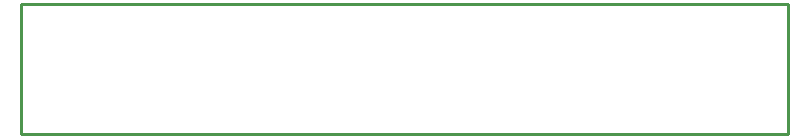
<source format=gko>
G04 Layer: BoardOutline*
G04 EasyEDA v6.4.25, 2021-12-21T01:05:14+01:00*
G04 e653898a74aa4a6681cb2481073f5018,cb21f8ab935b4f3d81094f1c1df1cea3,10*
G04 Gerber Generator version 0.2*
G04 Scale: 100 percent, Rotated: No, Reflected: No *
G04 Dimensions in millimeters *
G04 leading zeros omitted , absolute positions ,4 integer and 5 decimal *
%FSLAX45Y45*%
%MOMM*%

%ADD10C,0.2540*%
D10*
X0Y1100000D02*
G01*
X6499999Y1100000D01*
X6499999Y0D01*
X0Y0D01*
X0Y1100000D01*

%LPD*%
M02*

</source>
